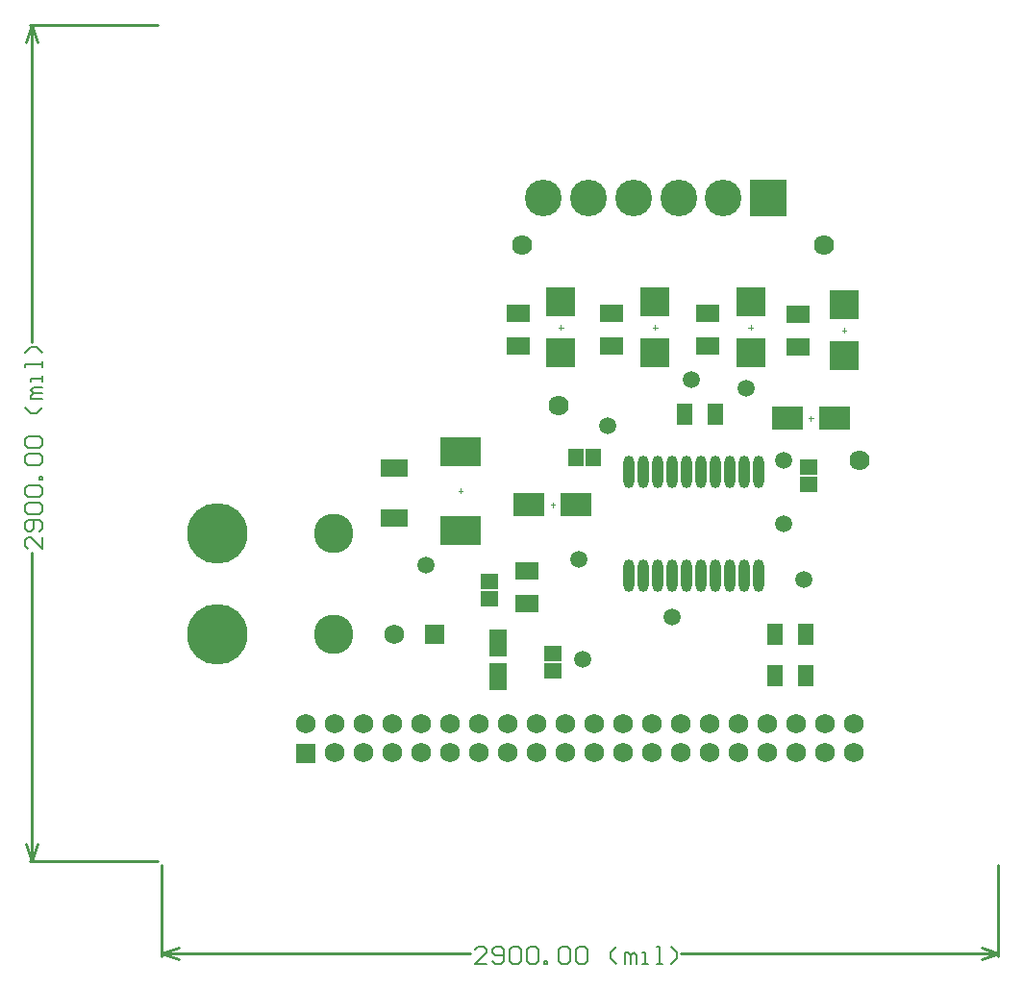
<source format=gts>
%FSLAX42Y42*%
%MOMM*%
G71*
G01*
G75*
G04 Layer_Color=8388736*
%ADD10R,1.40X1.10*%
%ADD11R,1.10X1.70*%
%ADD12R,1.80X1.30*%
%ADD13R,2.30X2.30*%
%ADD14R,2.10X1.40*%
%ADD15R,3.30X2.40*%
%ADD16R,2.55X1.85*%
%ADD17R,1.35X2.15*%
%ADD18R,1.10X1.40*%
%ADD19O,0.70X2.60*%
%ADD20C,1.27*%
%ADD21C,0.76*%
%ADD22C,1.14*%
%ADD23C,1.02*%
%ADD24C,0.89*%
%ADD25C,0.51*%
%ADD26C,0.64*%
%ADD27C,0.38*%
%ADD28C,0.25*%
%ADD29C,0.10*%
%ADD30C,0.15*%
%ADD31C,1.52*%
%ADD32C,2.97*%
%ADD33R,2.97X2.97*%
%ADD34R,1.50X1.50*%
%ADD35C,1.50*%
%ADD36C,3.23*%
%ADD37C,5.08*%
%ADD38C,1.27*%
%ADD39C,0.20*%
%ADD40C,0.60*%
%ADD41C,0.25*%
%ADD42C,0.13*%
%ADD43C,0.15*%
%ADD44R,1.65X1.35*%
%ADD45R,1.35X1.95*%
%ADD46R,2.05X1.55*%
%ADD47R,2.55X2.55*%
%ADD48R,2.35X1.65*%
%ADD49R,3.55X2.65*%
%ADD50R,2.80X2.10*%
%ADD51R,1.60X2.40*%
%ADD52R,1.35X1.65*%
%ADD53O,0.95X2.85*%
%ADD54C,1.78*%
%ADD55C,3.23*%
%ADD56R,3.23X3.23*%
%ADD57R,1.75X1.75*%
%ADD58C,1.75*%
%ADD59C,3.48*%
%ADD60C,5.33*%
D28*
X4039Y15113D02*
X5169D01*
X4039Y7747D02*
X5169D01*
X4064Y12319D02*
Y15113D01*
Y7747D02*
Y10460D01*
X4013Y14961D02*
X4064Y15113D01*
X4115Y14961D01*
X4064Y7747D02*
X4115Y7899D01*
X4013D02*
X4064Y7747D01*
X12573Y6909D02*
Y7709D01*
X5207Y6909D02*
Y7709D01*
X9779Y6934D02*
X12573D01*
X5207D02*
X7920D01*
X12421Y6985D02*
X12573Y6934D01*
X12421Y6883D02*
X12573Y6934D01*
X5207D02*
X5359Y6883D01*
X5207Y6934D02*
X5359Y6985D01*
D29*
X9530Y12446D02*
X9570D01*
X9550Y12426D02*
Y12466D01*
X11194Y12421D02*
X11234D01*
X11214Y12401D02*
Y12441D01*
X8700Y12446D02*
X8740D01*
X8720Y12426D02*
Y12466D01*
X10369Y12446D02*
X10409D01*
X10389Y12426D02*
Y12466D01*
X7816Y11007D02*
X7856D01*
X7836Y10987D02*
Y11027D01*
X10922Y11626D02*
Y11666D01*
X10902Y11646D02*
X10942D01*
X8649Y10864D02*
Y10904D01*
X8629Y10884D02*
X8669D01*
D30*
X4155Y10602D02*
Y10501D01*
X4054Y10602D01*
X4028D01*
X4003Y10577D01*
Y10526D01*
X4028Y10501D01*
X4130Y10653D02*
X4155Y10678D01*
Y10729D01*
X4130Y10755D01*
X4028D01*
X4003Y10729D01*
Y10678D01*
X4028Y10653D01*
X4054D01*
X4079Y10678D01*
Y10755D01*
X4028Y10805D02*
X4003Y10831D01*
Y10882D01*
X4028Y10907D01*
X4130D01*
X4155Y10882D01*
Y10831D01*
X4130Y10805D01*
X4028D01*
Y10958D02*
X4003Y10983D01*
Y11034D01*
X4028Y11059D01*
X4130D01*
X4155Y11034D01*
Y10983D01*
X4130Y10958D01*
X4028D01*
X4155Y11110D02*
X4130D01*
Y11135D01*
X4155D01*
Y11110D01*
X4028Y11237D02*
X4003Y11262D01*
Y11313D01*
X4028Y11339D01*
X4130D01*
X4155Y11313D01*
Y11262D01*
X4130Y11237D01*
X4028D01*
Y11389D02*
X4003Y11415D01*
Y11466D01*
X4028Y11491D01*
X4130D01*
X4155Y11466D01*
Y11415D01*
X4130Y11389D01*
X4028D01*
X4155Y11745D02*
X4105Y11694D01*
X4054D01*
X4003Y11745D01*
X4155Y11821D02*
X4054D01*
Y11846D01*
X4079Y11872D01*
X4155D01*
X4079D01*
X4054Y11897D01*
X4079Y11923D01*
X4155D01*
Y11973D02*
Y12024D01*
Y11999D01*
X4054D01*
Y11973D01*
X4155Y12100D02*
Y12151D01*
Y12126D01*
X4003D01*
Y12100D01*
X4155Y12227D02*
X4105Y12278D01*
X4054D01*
X4003Y12227D01*
X8062Y6843D02*
X7961D01*
X8062Y6944D01*
Y6970D01*
X8037Y6995D01*
X7986D01*
X7961Y6970D01*
X8113Y6868D02*
X8138Y6843D01*
X8189D01*
X8215Y6868D01*
Y6970D01*
X8189Y6995D01*
X8138D01*
X8113Y6970D01*
Y6944D01*
X8138Y6919D01*
X8215D01*
X8265Y6970D02*
X8291Y6995D01*
X8342D01*
X8367Y6970D01*
Y6868D01*
X8342Y6843D01*
X8291D01*
X8265Y6868D01*
Y6970D01*
X8418D02*
X8443Y6995D01*
X8494D01*
X8519Y6970D01*
Y6868D01*
X8494Y6843D01*
X8443D01*
X8418Y6868D01*
Y6970D01*
X8570Y6843D02*
Y6868D01*
X8595D01*
Y6843D01*
X8570D01*
X8697Y6970D02*
X8722Y6995D01*
X8773D01*
X8799Y6970D01*
Y6868D01*
X8773Y6843D01*
X8722D01*
X8697Y6868D01*
Y6970D01*
X8849D02*
X8875Y6995D01*
X8926D01*
X8951Y6970D01*
Y6868D01*
X8926Y6843D01*
X8875D01*
X8849Y6868D01*
Y6970D01*
X9205Y6843D02*
X9154Y6894D01*
Y6944D01*
X9205Y6995D01*
X9281Y6843D02*
Y6944D01*
X9306D01*
X9332Y6919D01*
Y6843D01*
Y6919D01*
X9357Y6944D01*
X9383Y6919D01*
Y6843D01*
X9433D02*
X9484D01*
X9459D01*
Y6944D01*
X9433D01*
X9560Y6843D02*
X9611D01*
X9586D01*
Y6995D01*
X9560D01*
X9687Y6843D02*
X9738Y6894D01*
Y6944D01*
X9687Y6995D01*
D31*
X10858Y10224D02*
D03*
X8915Y9525D02*
D03*
X7531Y10355D02*
D03*
X9868Y11989D02*
D03*
X9131Y11582D02*
D03*
X10350Y11913D02*
D03*
X10681Y11278D02*
D03*
Y10719D02*
D03*
X8877Y10401D02*
D03*
X9703Y9893D02*
D03*
D44*
X8090Y10060D02*
D03*
Y10210D02*
D03*
X8649Y9575D02*
D03*
Y9425D02*
D03*
X10897Y11213D02*
D03*
Y11063D02*
D03*
D45*
X10609Y9380D02*
D03*
X10879D02*
D03*
X10609Y9748D02*
D03*
X10879D02*
D03*
X10079Y11684D02*
D03*
X9809D02*
D03*
D46*
X10008Y12576D02*
D03*
Y12286D02*
D03*
X9169Y12576D02*
D03*
Y12286D02*
D03*
X10808Y12566D02*
D03*
Y12276D02*
D03*
X8420Y10305D02*
D03*
Y10015D02*
D03*
X8344Y12576D02*
D03*
Y12286D02*
D03*
D47*
X9550Y12221D02*
D03*
Y12671D02*
D03*
X11214Y12196D02*
D03*
Y12646D02*
D03*
X8720Y12221D02*
D03*
Y12671D02*
D03*
X10389Y12221D02*
D03*
Y12671D02*
D03*
D48*
X7252Y10770D02*
D03*
Y11210D02*
D03*
D49*
X7836Y11355D02*
D03*
Y10660D02*
D03*
D50*
X11129Y11646D02*
D03*
X10714D02*
D03*
X8856Y10884D02*
D03*
X8441D02*
D03*
D51*
X8170Y9670D02*
D03*
Y9371D02*
D03*
D52*
X8853Y11303D02*
D03*
X9003D02*
D03*
D53*
X10465Y11179D02*
D03*
X10338D02*
D03*
X10211D02*
D03*
X10084D02*
D03*
X9957D02*
D03*
X9830D02*
D03*
X9703D02*
D03*
X9576D02*
D03*
X9449D02*
D03*
X9322D02*
D03*
X10465Y10259D02*
D03*
X10338D02*
D03*
X10211D02*
D03*
X10084D02*
D03*
X9957D02*
D03*
X9830D02*
D03*
X9703D02*
D03*
X9576D02*
D03*
X9449D02*
D03*
X9322D02*
D03*
D54*
X11354Y11278D02*
D03*
X11036Y13170D02*
D03*
X8700Y11760D02*
D03*
X8382Y13170D02*
D03*
D55*
X9754Y13589D02*
D03*
X9358D02*
D03*
X10150D02*
D03*
X8962D02*
D03*
X8566D02*
D03*
D56*
X10546D02*
D03*
D57*
X7604Y9741D02*
D03*
X6477Y8694D02*
D03*
D58*
X7254Y9741D02*
D03*
X11303Y8954D02*
D03*
Y8700D02*
D03*
X11049Y8954D02*
D03*
Y8700D02*
D03*
X10795Y8954D02*
D03*
Y8700D02*
D03*
X10541Y8954D02*
D03*
Y8700D02*
D03*
X10287Y8954D02*
D03*
Y8700D02*
D03*
X10033Y8954D02*
D03*
Y8700D02*
D03*
X9779Y8954D02*
D03*
Y8700D02*
D03*
X9525Y8954D02*
D03*
Y8700D02*
D03*
X9271Y8954D02*
D03*
Y8700D02*
D03*
X9017Y8954D02*
D03*
Y8700D02*
D03*
X8763Y8954D02*
D03*
Y8700D02*
D03*
X8509Y8954D02*
D03*
Y8700D02*
D03*
X8255Y8954D02*
D03*
Y8700D02*
D03*
X8001Y8954D02*
D03*
Y8700D02*
D03*
X7747Y8954D02*
D03*
Y8700D02*
D03*
X7493Y8954D02*
D03*
Y8700D02*
D03*
X7239Y8954D02*
D03*
Y8700D02*
D03*
X6985Y8954D02*
D03*
Y8700D02*
D03*
X6731Y8954D02*
D03*
Y8700D02*
D03*
X6477Y8954D02*
D03*
D59*
X6720Y10631D02*
D03*
Y9741D02*
D03*
D60*
X5690Y10631D02*
D03*
Y9741D02*
D03*
M02*

</source>
